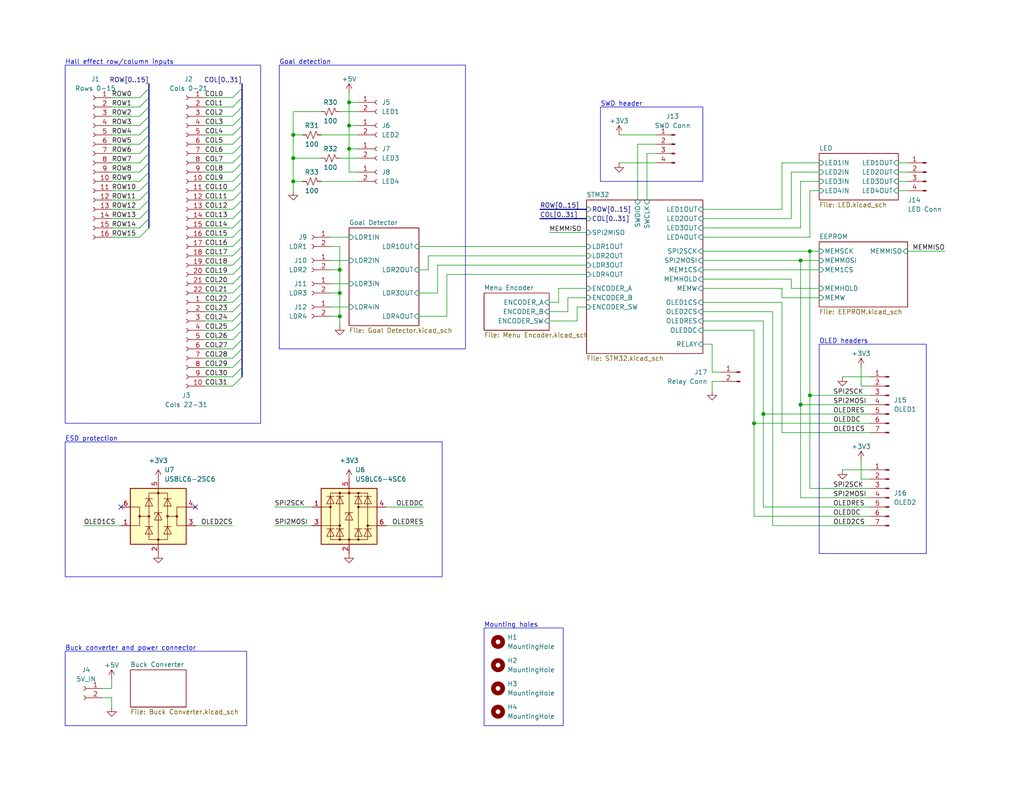
<source format=kicad_sch>
(kicad_sch (version 20230121) (generator eeschema)
  (paper "USLetter")
  (title_block (title "Smart Air Hockey Table Master PCB") (date "2023-09-16") (rev "A") (company "ECE 477"))
  (lib_symbols
    (symbol "Connector:Conn_01x02_Pin" (pin_names (offset 1.016) hide)
      (property "Reference" "J" (at 0 2.54 0))
      (property "Value" "Conn_01x02_Pin" (at 0 -5.08 0))
      (symbol "Conn_01x02_Pin_1_1"
        (pin passive line (at 5.08 0 180) (length 3.81) (name "Pin_1") (number "1"))
        (pin passive line (at 5.08 -2.54 180) (length 3.81) (name "Pin_2") (number "2"))
      )
    )
    (symbol "Connector:Conn_01x02_Socket" (pin_names (offset 1.016) hide)
      (property "Reference" "J" (at 0 2.54 0))
      (property "Value" "Conn_01x02_Socket" (at 0 -5.08 0))
      (symbol "Conn_01x02_Socket_1_1"
        (pin passive line (at -5.08 0 0) (length 3.81) (name "Pin_1") (number "1"))
        (pin passive line (at -5.08 -2.54 0) (length 3.81) (name "Pin_2") (number "2"))
      )
    )
    (symbol "Connector:Conn_01x04_Pin" (pin_names (offset 1.016) hide)
      (property "Reference" "J" (at 0 5.08 0))
      (property "Value" "Conn_01x04_Pin" (at 0 -7.62 0))
      (symbol "Conn_01x04_Pin_1_1"
        (pin passive line (at 5.08 2.54 180) (length 3.81) (name "Pin_1") (number "1"))
        (pin passive line (at 5.08 0 180) (length 3.81) (name "Pin_2") (number "2"))
        (pin passive line (at 5.08 -2.54 180) (length 3.81) (name "Pin_3") (number "3"))
        (pin passive line (at 5.08 -5.08 180) (length 3.81) (name "Pin_4") (number "4"))
      )
    )
    (symbol "Connector:Conn_01x07_Pin" (pin_names (offset 1.016) hide)
      (property "Reference" "J" (at 0 10.16 0))
      (property "Value" "Conn_01x07_Pin" (at 0 -10.16 0))
      (symbol "Conn_01x07_Pin_1_1"
        (pin passive line (at 5.08 7.62 180) (length 3.81) (name "Pin_1") (number "1"))
        (pin passive line (at 5.08 5.08 180) (length 3.81) (name "Pin_2") (number "2"))
        (pin passive line (at 5.08 2.54 180) (length 3.81) (name "Pin_3") (number "3"))
        (pin passive line (at 5.08 0 180) (length 3.81) (name "Pin_4") (number "4"))
        (pin passive line (at 5.08 -2.54 180) (length 3.81) (name "Pin_5") (number "5"))
        (pin passive line (at 5.08 -5.08 180) (length 3.81) (name "Pin_6") (number "6"))
        (pin passive line (at 5.08 -7.62 180) (length 3.81) (name "Pin_7") (number "7"))
      )
    )
    (symbol "Connector:Conn_01x10_Socket" (pin_names (offset 1.016) hide)
      (property "Reference" "J" (at 0 12.7 0))
      (property "Value" "Conn_01x10_Socket" (at 0 -15.24 0))
      (symbol "Conn_01x10_Socket_1_1"
        (pin passive line (at -5.08 10.16 0) (length 3.81) (name "Pin_1") (number "1"))
        (pin passive line (at -5.08 -12.7 0) (length 3.81) (name "Pin_10") (number "10"))
        (pin passive line (at -5.08 7.62 0) (length 3.81) (name "Pin_2") (number "2"))
        (pin passive line (at -5.08 5.08 0) (length 3.81) (name "Pin_3") (number "3"))
        (pin passive line (at -5.08 2.54 0) (length 3.81) (name "Pin_4") (number "4"))
        (pin passive line (at -5.08 0 0) (length 3.81) (name "Pin_5") (number "5"))
        (pin passive line (at -5.08 -2.54 0) (length 3.81) (name "Pin_6") (number "6"))
        (pin passive line (at -5.08 -5.08 0) (length 3.81) (name "Pin_7") (number "7"))
        (pin passive line (at -5.08 -7.62 0) (length 3.81) (name "Pin_8") (number "8"))
        (pin passive line (at -5.08 -10.16 0) (length 3.81) (name "Pin_9") (number "9"))
      )
    )
    (symbol "Connector:Conn_01x16_Socket" (pin_names (offset 1.016) hide)
      (property "Reference" "J" (at 0 20.32 0))
      (property "Value" "Conn_01x16_Socket" (at 0 -22.86 0))
      (symbol "Conn_01x16_Socket_1_1"
        (pin passive line (at -5.08 17.78 0) (length 3.81) (name "Pin_1") (number "1"))
        (pin passive line (at -5.08 -5.08 0) (length 3.81) (name "Pin_10") (number "10"))
        (pin passive line (at -5.08 -7.62 0) (length 3.81) (name "Pin_11") (number "11"))
        (pin passive line (at -5.08 -10.16 0) (length 3.81) (name "Pin_12") (number "12"))
        (pin passive line (at -5.08 -12.7 0) (length 3.81) (name "Pin_13") (number "13"))
        (pin passive line (at -5.08 -15.24 0) (length 3.81) (name "Pin_14") (number "14"))
        (pin passive line (at -5.08 -17.78 0) (length 3.81) (name "Pin_15") (number "15"))
        (pin passive line (at -5.08 -20.32 0) (length 3.81) (name "Pin_16") (number "16"))
        (pin passive line (at -5.08 15.24 0) (length 3.81) (name "Pin_2") (number "2"))
        (pin passive line (at -5.08 12.7 0) (length 3.81) (name "Pin_3") (number "3"))
        (pin passive line (at -5.08 10.16 0) (length 3.81) (name "Pin_4") (number "4"))
        (pin passive line (at -5.08 7.62 0) (length 3.81) (name "Pin_5") (number "5"))
        (pin passive line (at -5.08 5.08 0) (length 3.81) (name "Pin_6") (number "6"))
        (pin passive line (at -5.08 2.54 0) (length 3.81) (name "Pin_7") (number "7"))
        (pin passive line (at -5.08 0 0) (length 3.81) (name "Pin_8") (number "8"))
        (pin passive line (at -5.08 -2.54 0) (length 3.81) (name "Pin_9") (number "9"))
      )
    )
    (symbol "Connector:Conn_01x22_Socket" (pin_names (offset 1.016) hide)
      (property "Reference" "J" (at 0 27.94 0))
      (property "Value" "Conn_01x22_Socket" (at 0 -30.48 0))
      (symbol "Conn_01x22_Socket_1_1"
        (pin passive line (at -5.08 25.4 0) (length 3.81) (name "Pin_1") (number "1"))
        (pin passive line (at -5.08 2.54 0) (length 3.81) (name "Pin_10") (number "10"))
        (pin passive line (at -5.08 0 0) (length 3.81) (name "Pin_11") (number "11"))
        (pin passive line (at -5.08 -2.54 0) (length 3.81) (name "Pin_12") (number "12"))
        (pin passive line (at -5.08 -5.08 0) (length 3.81) (name "Pin_13") (number "13"))
        (pin passive line (at -5.08 -7.62 0) (length 3.81) (name "Pin_14") (number "14"))
        (pin passive line (at -5.08 -10.16 0) (length 3.81) (name "Pin_15") (number "15"))
        (pin passive line (at -5.08 -12.7 0) (length 3.81) (name "Pin_16") (number "16"))
        (pin passive line (at -5.08 -15.24 0) (length 3.81) (name "Pin_17") (number "17"))
        (pin passive line (at -5.08 -17.78 0) (length 3.81) (name "Pin_18") (number "18"))
        (pin passive line (at -5.08 -20.32 0) (length 3.81) (name "Pin_19") (number "19"))
        (pin passive line (at -5.08 22.86 0) (length 3.81) (name "Pin_2") (number "2"))
        (pin passive line (at -5.08 -22.86 0) (length 3.81) (name "Pin_20") (number "20"))
        (pin passive line (at -5.08 -25.4 0) (length 3.81) (name "Pin_21") (number "21"))
        (pin passive line (at -5.08 -27.94 0) (length 3.81) (name "Pin_22") (number "22"))
        (pin passive line (at -5.08 20.32 0) (length 3.81) (name "Pin_3") (number "3"))
        (pin passive line (at -5.08 17.78 0) (length 3.81) (name "Pin_4") (number "4"))
        (pin passive line (at -5.08 15.24 0) (length 3.81) (name "Pin_5") (number "5"))
        (pin passive line (at -5.08 12.7 0) (length 3.81) (name "Pin_6") (number "6"))
        (pin passive line (at -5.08 10.16 0) (length 3.81) (name "Pin_7") (number "7"))
        (pin passive line (at -5.08 7.62 0) (length 3.81) (name "Pin_8") (number "8"))
        (pin passive line (at -5.08 5.08 0) (length 3.81) (name "Pin_9") (number "9"))
      )
    )
    (symbol "Device:R_Small_US" (pin_numbers hide) (pin_names (offset 0.254) hide)
      (property "Reference" "R" (at 0.762 0.508 0))
      (property "Value" "R_Small_US" (at 0.762 -1.016 0))
      (symbol "R_Small_US_1_1"
        (pin passive line (at 0 2.54 270) (length 1.016) (name "~") (number "1"))
        (pin passive line (at 0 -2.54 90) (length 1.016) (name "~") (number "2"))
      )
    )
    (symbol "Mechanical:MountingHole" (pin_names (offset 1.016))
      (property "Reference" "H" (at 0 5.08 0))
      (property "Value" "MountingHole" (at 0 3.175 0))
    )
    (symbol "Power_Protection:USBLC6-2SC6" (pin_names hide)
      (property "Reference" "U" (at 2.54 8.89 0))
      (property "Value" "USBLC6-2SC6" (at 2.54 -8.89 0))
      (symbol "USBLC6-2SC6_1_1"
        (pin passive line (at -10.16 -2.54 0) (length 2.54) (name "I/O1") (number "1"))
        (pin passive line (at 0 -10.16 90) (length 2.54) (name "GND") (number "2"))
        (pin passive line (at 10.16 -2.54 180) (length 2.54) (name "I/O2") (number "3"))
        (pin passive line (at 10.16 2.54 180) (length 2.54) (name "I/O2") (number "4"))
        (pin passive line (at 0 10.16 270) (length 2.54) (name "VBUS") (number "5"))
        (pin passive line (at -10.16 2.54 0) (length 2.54) (name "I/O1") (number "6"))
      )
    )
    (symbol "Power_Protection:USBLC6-4SC6" (pin_names hide)
      (property "Reference" "U" (at 2.54 8.89 0))
      (property "Value" "USBLC6-4SC6" (at 2.54 -8.89 0))
      (symbol "USBLC6-4SC6_1_1"
        (pin passive line (at -10.16 2.54 0) (length 2.54) (name "I/O1") (number "1"))
        (pin passive line (at 0 -10.16 90) (length 2.54) (name "GND") (number "2"))
        (pin passive line (at -10.16 -2.54 0) (length 2.54) (name "I/O2") (number "3"))
        (pin passive line (at 10.16 2.54 180) (length 2.54) (name "I/O3") (number "4"))
        (pin passive line (at 0 10.16 270) (length 2.54) (name "VBUS") (number "5"))
        (pin passive line (at 10.16 -2.54 180) (length 2.54) (name "I/O4") (number "6"))
      )
    )
    (symbol "power:+3V3" (power) (pin_names (offset 0))
      (property "Value" "+3V3" (at 0 3.556 0))
      (symbol "+3V3_1_1"
        (pin power_in line (at 0 0 90) (length 0) hide (name "+3V3") (number "1"))
      )
    )
    (symbol "power:+5V" (power) (pin_names (offset 0))
      (property "Value" "+5V" (at 0 3.556 0))
      (symbol "+5V_1_1"
        (pin power_in line (at 0 0 90) (length 0) hide (name "+5V") (number "1"))
      )
    )
    (symbol "power:GND" (power) (pin_names (offset 0))
      (property "Value" "GND" (at 0 -3.81 0))
      (symbol "GND_1_1"
        (pin power_in line (at 0 0 270) (length 0) hide (name "GND") (number "1"))
      )
    )
  )
  (junction (at 208.28 113.03))
  (junction (at 92.71 73.66))
  (junction (at 80.01 36.83))
  (junction (at 218.44 71.12))
  (junction (at 95.25 40.64))
  (junction (at 92.71 86.36))
  (junction (at 220.98 68.58))
  (junction (at 95.25 27.94))
  (junction (at 80.01 49.53))
  (junction (at 80.01 43.18))
  (junction (at 92.71 80.01))
  (junction (at 218.44 110.49))
  (junction (at 220.98 107.95))
  (junction (at 95.25 34.29))
  (junction (at 205.74 115.57))
  (no_connect (at 53.34 138.43))
  (no_connect (at 33.02 138.43))
  (bus_entry (at 66.04 77.47) (size -2.54 2.54))
  (bus_entry (at 66.04 82.55) (size -2.54 2.54))
  (bus_entry (at 66.04 69.85) (size -2.54 2.54))
  (bus_entry (at 66.04 31.75) (size -2.54 2.54))
  (bus_entry (at 66.04 62.23) (size -2.54 2.54))
  (bus_entry (at 40.64 24.13) (size -2.54 2.54))
  (bus_entry (at 66.04 41.91) (size -2.54 2.54))
  (bus_entry (at 40.64 52.07) (size -2.54 2.54))
  (bus_entry (at 40.64 39.37) (size -2.54 2.54))
  (bus_entry (at 40.64 29.21) (size -2.54 2.54))
  (bus_entry (at 40.64 36.83) (size -2.54 2.54))
  (bus_entry (at 66.04 49.53) (size -2.54 2.54))
  (bus_entry (at 66.04 36.83) (size -2.54 2.54))
  (bus_entry (at 40.64 62.23) (size -2.54 2.54))
  (bus_entry (at 66.04 39.37) (size -2.54 2.54))
  (bus_entry (at 40.64 59.69) (size -2.54 2.54))
  (bus_entry (at 66.04 64.77) (size -2.54 2.54))
  (bus_entry (at 66.04 46.99) (size -2.54 2.54))
  (bus_entry (at 40.64 54.61) (size -2.54 2.54))
  (bus_entry (at 66.04 24.13) (size -2.54 2.54))
  (bus_entry (at 66.04 102.87) (size -2.54 2.54))
  (bus_entry (at 66.04 29.21) (size -2.54 2.54))
  (bus_entry (at 40.64 26.67) (size -2.54 2.54))
  (bus_entry (at 66.04 72.39) (size -2.54 2.54))
  (bus_entry (at 66.04 67.31) (size -2.54 2.54))
  (bus_entry (at 66.04 59.69) (size -2.54 2.54))
  (bus_entry (at 66.04 90.17) (size -2.54 2.54))
  (bus_entry (at 66.04 34.29) (size -2.54 2.54))
  (bus_entry (at 66.04 92.71) (size -2.54 2.54))
  (bus_entry (at 66.04 26.67) (size -2.54 2.54))
  (bus_entry (at 66.04 54.61) (size -2.54 2.54))
  (bus_entry (at 66.04 57.15) (size -2.54 2.54))
  (bus_entry (at 40.64 44.45) (size -2.54 2.54))
  (bus_entry (at 40.64 57.15) (size -2.54 2.54))
  (bus_entry (at 66.04 44.45) (size -2.54 2.54))
  (bus_entry (at 66.04 85.09) (size -2.54 2.54))
  (bus_entry (at 40.64 31.75) (size -2.54 2.54))
  (bus_entry (at 40.64 41.91) (size -2.54 2.54))
  (bus_entry (at 66.04 97.79) (size -2.54 2.54))
  (bus_entry (at 66.04 100.33) (size -2.54 2.54))
  (bus_entry (at 40.64 49.53) (size -2.54 2.54))
  (bus_entry (at 40.64 46.99) (size -2.54 2.54))
  (bus_entry (at 66.04 87.63) (size -2.54 2.54))
  (bus_entry (at 40.64 34.29) (size -2.54 2.54))
  (bus_entry (at 66.04 80.01) (size -2.54 2.54))
  (bus_entry (at 66.04 52.07) (size -2.54 2.54))
  (bus_entry (at 66.04 74.93) (size -2.54 2.54))
  (bus_entry (at 66.04 95.25) (size -2.54 2.54))
  (bus (pts (xy 66.04 24.13) (xy 66.04 26.67)))
  (wire (pts (xy 223.52 81.28) (xy 213.36 81.28)))
  (wire (pts (xy 149.86 82.55) (xy 152.4 82.55)))
  (bus (pts (xy 40.64 46.99) (xy 40.64 49.53)))
  (wire (pts (xy 218.44 135.89) (xy 218.44 110.49)))
  (bus (pts (xy 40.64 39.37) (xy 40.64 41.91)))
  (bus (pts (xy 66.04 54.61) (xy 66.04 57.15)))
  (wire (pts (xy 208.28 113.03) (xy 237.49 113.03)))
  (wire (pts (xy 55.88 87.63) (xy 63.5 87.63)))
  (wire (pts (xy 114.3 67.31) (xy 160.02 67.31)))
  (wire (pts (xy 55.88 85.09) (xy 63.5 85.09)))
  (wire (pts (xy 74.93 143.51) (xy 85.09 143.51)))
  (bus (pts (xy 66.04 97.79) (xy 66.04 100.33)))
  (wire (pts (xy 173.99 39.37) (xy 173.99 54.61)))
  (wire (pts (xy 218.44 135.89) (xy 237.49 135.89)))
  (wire (pts (xy 247.65 68.58) (xy 257.81 68.58)))
  (wire (pts (xy 55.88 74.93) (xy 63.5 74.93)))
  (wire (pts (xy 208.28 138.43) (xy 237.49 138.43)))
  (wire (pts (xy 87.63 43.18) (xy 80.01 43.18)))
  (wire (pts (xy 218.44 62.23) (xy 218.44 49.53)))
  (wire (pts (xy 234.95 100.33) (xy 234.95 105.41)))
  (wire (pts (xy 191.77 71.12) (xy 218.44 71.12)))
  (wire (pts (xy 149.86 87.63) (xy 157.48 87.63)))
  (wire (pts (xy 55.88 80.01) (xy 63.5 80.01)))
  (wire (pts (xy 176.53 41.91) (xy 176.53 54.61)))
  (bus (pts (xy 40.64 34.29) (xy 40.64 36.83)))
  (wire (pts (xy 80.01 43.18) (xy 80.01 36.83)))
  (wire (pts (xy 30.48 54.61) (xy 38.1 54.61)))
  (bus (pts (xy 40.64 52.07) (xy 40.64 54.61)))
  (wire (pts (xy 116.84 73.66) (xy 116.84 69.85)))
  (bus (pts (xy 40.64 29.21) (xy 40.64 31.75)))
  (wire (pts (xy 154.94 85.09) (xy 154.94 81.28)))
  (wire (pts (xy 90.17 77.47) (xy 95.25 77.47)))
  (bus (pts (xy 66.04 44.45) (xy 66.04 46.99)))
  (wire (pts (xy 95.25 40.64) (xy 97.79 40.64)))
  (bus (pts (xy 66.04 95.25) (xy 66.04 97.79)))
  (wire (pts (xy 97.79 36.83) (xy 87.63 36.83)))
  (wire (pts (xy 213.36 82.55) (xy 213.36 118.11)))
  (bus (pts (xy 147.32 59.69) (xy 160.02 59.69)))
  (wire (pts (xy 229.87 128.27) (xy 237.49 128.27)))
  (wire (pts (xy 55.88 57.15) (xy 63.5 57.15)))
  (bus (pts (xy 66.04 49.53) (xy 66.04 52.07)))
  (bus (pts (xy 66.04 29.21) (xy 66.04 31.75)))
  (wire (pts (xy 55.88 82.55) (xy 63.5 82.55)))
  (wire (pts (xy 55.88 105.41) (xy 63.5 105.41)))
  (wire (pts (xy 149.86 85.09) (xy 154.94 85.09)))
  (wire (pts (xy 220.98 68.58) (xy 223.52 68.58)))
  (wire (pts (xy 90.17 64.77) (xy 95.25 64.77)))
  (wire (pts (xy 234.95 130.81) (xy 237.49 130.81)))
  (wire (pts (xy 194.31 106.68) (xy 194.31 104.14)))
  (bus (pts (xy 66.04 31.75) (xy 66.04 34.29)))
  (wire (pts (xy 80.01 49.53) (xy 80.01 43.18)))
  (wire (pts (xy 119.38 72.39) (xy 160.02 72.39)))
  (wire (pts (xy 210.82 85.09) (xy 210.82 143.51)))
  (bus (pts (xy 66.04 34.29) (xy 66.04 36.83)))
  (wire (pts (xy 30.48 49.53) (xy 38.1 49.53)))
  (bus (pts (xy 66.04 74.93) (xy 66.04 77.47)))
  (wire (pts (xy 55.88 77.47) (xy 63.5 77.47)))
  (wire (pts (xy 213.36 81.28) (xy 213.36 78.74)))
  (wire (pts (xy 215.9 59.69) (xy 215.9 46.99)))
  (wire (pts (xy 220.98 68.58) (xy 220.98 107.95)))
  (wire (pts (xy 205.74 115.57) (xy 205.74 140.97)))
  (wire (pts (xy 95.25 25.4) (xy 95.25 27.94)))
  (wire (pts (xy 208.28 87.63) (xy 208.28 113.03)))
  (wire (pts (xy 55.88 100.33) (xy 63.5 100.33)))
  (wire (pts (xy 30.48 31.75) (xy 38.1 31.75)))
  (wire (pts (xy 116.84 69.85) (xy 160.02 69.85)))
  (wire (pts (xy 114.3 80.01) (xy 119.38 80.01)))
  (bus (pts (xy 40.64 41.91) (xy 40.64 44.45)))
  (wire (pts (xy 218.44 110.49) (xy 237.49 110.49)))
  (wire (pts (xy 30.48 193.04) (xy 30.48 190.5)))
  (bus (pts (xy 40.64 26.67) (xy 40.64 29.21)))
  (wire (pts (xy 220.98 107.95) (xy 237.49 107.95)))
  (wire (pts (xy 55.88 97.79) (xy 63.5 97.79)))
  (wire (pts (xy 55.88 44.45) (xy 63.5 44.45)))
  (bus (pts (xy 40.64 24.13) (xy 40.64 26.67)))
  (wire (pts (xy 114.3 86.36) (xy 121.92 86.36)))
  (wire (pts (xy 179.07 44.45) (xy 168.91 44.45)))
  (wire (pts (xy 194.31 93.98) (xy 194.31 101.6)))
  (wire (pts (xy 208.28 113.03) (xy 208.28 138.43)))
  (wire (pts (xy 234.95 105.41) (xy 237.49 105.41)))
  (wire (pts (xy 30.48 26.67) (xy 38.1 26.67)))
  (wire (pts (xy 30.48 57.15) (xy 38.1 57.15)))
  (wire (pts (xy 30.48 36.83) (xy 38.1 36.83)))
  (wire (pts (xy 95.25 34.29) (xy 97.79 34.29)))
  (wire (pts (xy 55.88 41.91) (xy 63.5 41.91)))
  (wire (pts (xy 97.79 49.53) (xy 87.63 49.53)))
  (wire (pts (xy 92.71 67.31) (xy 92.71 73.66)))
  (wire (pts (xy 30.48 62.23) (xy 38.1 62.23)))
  (wire (pts (xy 179.07 39.37) (xy 173.99 39.37)))
  (wire (pts (xy 97.79 43.18) (xy 92.71 43.18)))
  (wire (pts (xy 30.48 190.5) (xy 27.94 190.5)))
  (wire (pts (xy 55.88 36.83) (xy 63.5 36.83)))
  (wire (pts (xy 55.88 59.69) (xy 63.5 59.69)))
  (wire (pts (xy 80.01 36.83) (xy 82.55 36.83)))
  (bus (pts (xy 66.04 52.07) (xy 66.04 54.61)))
  (bus (pts (xy 66.04 57.15) (xy 66.04 59.69)))
  (wire (pts (xy 30.48 44.45) (xy 38.1 44.45)))
  (wire (pts (xy 191.77 68.58) (xy 220.98 68.58)))
  (wire (pts (xy 245.11 46.99) (xy 247.65 46.99)))
  (bus (pts (xy 147.32 57.15) (xy 160.02 57.15)))
  (wire (pts (xy 215.9 46.99) (xy 223.52 46.99)))
  (bus (pts (xy 66.04 41.91) (xy 66.04 44.45)))
  (wire (pts (xy 119.38 80.01) (xy 119.38 72.39)))
  (wire (pts (xy 30.48 64.77) (xy 38.1 64.77)))
  (wire (pts (xy 191.77 73.66) (xy 223.52 73.66)))
  (wire (pts (xy 191.77 76.2) (xy 215.9 76.2)))
  (bus (pts (xy 40.64 49.53) (xy 40.64 52.07)))
  (wire (pts (xy 95.25 27.94) (xy 97.79 27.94)))
  (bus (pts (xy 66.04 85.09) (xy 66.04 87.63)))
  (wire (pts (xy 152.4 82.55) (xy 152.4 78.74)))
  (wire (pts (xy 95.25 46.99) (xy 97.79 46.99)))
  (wire (pts (xy 157.48 87.63) (xy 157.48 83.82)))
  (wire (pts (xy 55.88 72.39) (xy 63.5 72.39)))
  (wire (pts (xy 55.88 62.23) (xy 63.5 62.23)))
  (wire (pts (xy 55.88 69.85) (xy 63.5 69.85)))
  (wire (pts (xy 30.48 34.29) (xy 38.1 34.29)))
  (bus (pts (xy 66.04 69.85) (xy 66.04 72.39)))
  (wire (pts (xy 90.17 83.82) (xy 95.25 83.82)))
  (wire (pts (xy 80.01 52.07) (xy 80.01 49.53)))
  (bus (pts (xy 66.04 92.71) (xy 66.04 95.25)))
  (wire (pts (xy 220.98 52.07) (xy 223.52 52.07)))
  (bus (pts (xy 40.64 54.61) (xy 40.64 57.15)))
  (bus (pts (xy 40.64 59.69) (xy 40.64 62.23)))
  (wire (pts (xy 191.77 57.15) (xy 213.36 57.15)))
  (bus (pts (xy 66.04 87.63) (xy 66.04 90.17)))
  (wire (pts (xy 55.88 67.31) (xy 63.5 67.31)))
  (wire (pts (xy 30.48 59.69) (xy 38.1 59.69)))
  (wire (pts (xy 213.36 44.45) (xy 223.52 44.45)))
  (wire (pts (xy 191.77 87.63) (xy 208.28 87.63)))
  (wire (pts (xy 149.86 63.5) (xy 160.02 63.5)))
  (wire (pts (xy 92.71 80.01) (xy 92.71 73.66)))
  (wire (pts (xy 95.25 40.64) (xy 95.25 46.99)))
  (wire (pts (xy 245.11 52.07) (xy 247.65 52.07)))
  (wire (pts (xy 218.44 71.12) (xy 218.44 110.49)))
  (wire (pts (xy 215.9 78.74) (xy 215.9 76.2)))
  (bus (pts (xy 66.04 100.33) (xy 66.04 102.87)))
  (wire (pts (xy 191.77 64.77) (xy 220.98 64.77)))
  (wire (pts (xy 30.48 39.37) (xy 38.1 39.37)))
  (wire (pts (xy 55.88 54.61) (xy 63.5 54.61)))
  (wire (pts (xy 105.41 143.51) (xy 115.57 143.51)))
  (wire (pts (xy 229.87 102.87) (xy 237.49 102.87)))
  (wire (pts (xy 90.17 67.31) (xy 92.71 67.31)))
  (wire (pts (xy 218.44 49.53) (xy 223.52 49.53)))
  (bus (pts (xy 66.04 77.47) (xy 66.04 80.01)))
  (wire (pts (xy 245.11 44.45) (xy 247.65 44.45)))
  (wire (pts (xy 55.88 52.07) (xy 63.5 52.07)))
  (wire (pts (xy 205.74 115.57) (xy 237.49 115.57)))
  (wire (pts (xy 22.86 143.51) (xy 33.02 143.51)))
  (wire (pts (xy 121.92 86.36) (xy 121.92 74.93)))
  (wire (pts (xy 80.01 36.83) (xy 80.01 30.48)))
  (bus (pts (xy 66.04 80.01) (xy 66.04 82.55)))
  (wire (pts (xy 55.88 64.77) (xy 63.5 64.77)))
  (wire (pts (xy 82.55 49.53) (xy 80.01 49.53)))
  (bus (pts (xy 66.04 64.77) (xy 66.04 67.31)))
  (wire (pts (xy 55.88 29.21) (xy 63.5 29.21)))
  (wire (pts (xy 218.44 71.12) (xy 223.52 71.12)))
  (wire (pts (xy 191.77 59.69) (xy 215.9 59.69)))
  (wire (pts (xy 191.77 82.55) (xy 213.36 82.55)))
  (bus (pts (xy 66.04 46.99) (xy 66.04 49.53)))
  (wire (pts (xy 154.94 81.28) (xy 160.02 81.28)))
  (wire (pts (xy 234.95 125.73) (xy 234.95 130.81)))
  (wire (pts (xy 55.88 26.67) (xy 63.5 26.67)))
  (wire (pts (xy 53.34 143.51) (xy 63.5 143.51)))
  (wire (pts (xy 191.77 93.98) (xy 194.31 93.98)))
  (wire (pts (xy 179.07 41.91) (xy 176.53 41.91)))
  (wire (pts (xy 95.25 27.94) (xy 95.25 34.29)))
  (wire (pts (xy 223.52 78.74) (xy 215.9 78.74)))
  (wire (pts (xy 157.48 83.82) (xy 160.02 83.82)))
  (wire (pts (xy 213.36 118.11) (xy 237.49 118.11)))
  (wire (pts (xy 245.11 49.53) (xy 247.65 49.53)))
  (wire (pts (xy 92.71 86.36) (xy 90.17 86.36)))
  (wire (pts (xy 55.88 90.17) (xy 63.5 90.17)))
  (wire (pts (xy 92.71 86.36) (xy 92.71 80.01)))
  (wire (pts (xy 205.74 140.97) (xy 237.49 140.97)))
  (wire (pts (xy 55.88 39.37) (xy 63.5 39.37)))
  (bus (pts (xy 66.04 72.39) (xy 66.04 74.93)))
  (bus (pts (xy 66.04 36.83) (xy 66.04 39.37)))
  (wire (pts (xy 55.88 92.71) (xy 63.5 92.71)))
  (wire (pts (xy 55.88 102.87) (xy 63.5 102.87)))
  (bus (pts (xy 40.64 44.45) (xy 40.64 46.99)))
  (bus (pts (xy 66.04 82.55) (xy 66.04 85.09)))
  (wire (pts (xy 55.88 49.53) (xy 63.5 49.53)))
  (wire (pts (xy 30.48 52.07) (xy 38.1 52.07)))
  (bus (pts (xy 66.04 67.31) (xy 66.04 69.85)))
  (bus (pts (xy 66.04 90.17) (xy 66.04 92.71)))
  (wire (pts (xy 74.93 138.43) (xy 85.09 138.43)))
  (wire (pts (xy 220.98 107.95) (xy 220.98 133.35)))
  (wire (pts (xy 92.71 88.9) (xy 92.71 86.36)))
  (wire (pts (xy 194.31 104.14) (xy 196.85 104.14)))
  (wire (pts (xy 213.36 57.15) (xy 213.36 44.45)))
  (bus (pts (xy 40.64 36.83) (xy 40.64 39.37)))
  (bus (pts (xy 66.04 22.86) (xy 66.04 24.13)))
  (wire (pts (xy 194.31 101.6) (xy 196.85 101.6)))
  (wire (pts (xy 30.48 29.21) (xy 38.1 29.21)))
  (wire (pts (xy 97.79 30.48) (xy 92.71 30.48)))
  (wire (pts (xy 105.41 138.43) (xy 115.57 138.43)))
  (bus (pts (xy 66.04 26.67) (xy 66.04 29.21)))
  (wire (pts (xy 55.88 46.99) (xy 63.5 46.99)))
  (wire (pts (xy 55.88 34.29) (xy 63.5 34.29)))
  (wire (pts (xy 191.77 78.74) (xy 213.36 78.74)))
  (bus (pts (xy 40.64 22.86) (xy 40.64 24.13)))
  (wire (pts (xy 179.07 36.83) (xy 168.91 36.83)))
  (bus (pts (xy 66.04 62.23) (xy 66.04 64.77)))
  (wire (pts (xy 55.88 95.25) (xy 63.5 95.25)))
  (wire (pts (xy 191.77 85.09) (xy 210.82 85.09)))
  (wire (pts (xy 95.25 34.29) (xy 95.25 40.64)))
  (bus (pts (xy 40.64 57.15) (xy 40.64 59.69)))
  (wire (pts (xy 191.77 90.17) (xy 205.74 90.17)))
  (wire (pts (xy 152.4 78.74) (xy 160.02 78.74)))
  (wire (pts (xy 205.74 90.17) (xy 205.74 115.57)))
  (bus (pts (xy 40.64 31.75) (xy 40.64 34.29)))
  (wire (pts (xy 191.77 62.23) (xy 218.44 62.23)))
  (wire (pts (xy 30.48 46.99) (xy 38.1 46.99)))
  (wire (pts (xy 30.48 185.42) (xy 30.48 187.96)))
  (wire (pts (xy 90.17 71.12) (xy 95.25 71.12)))
  (wire (pts (xy 27.94 187.96) (xy 30.48 187.96)))
  (wire (pts (xy 55.88 31.75) (xy 63.5 31.75)))
  (wire (pts (xy 210.82 143.51) (xy 237.49 143.51)))
  (bus (pts (xy 66.04 39.37) (xy 66.04 41.91)))
  (wire (pts (xy 220.98 52.07) (xy 220.98 64.77)))
  (wire (pts (xy 121.92 74.93) (xy 160.02 74.93)))
  (wire (pts (xy 30.48 41.91) (xy 38.1 41.91)))
  (wire (pts (xy 80.01 30.48) (xy 87.63 30.48)))
  (wire (pts (xy 220.98 133.35) (xy 237.49 133.35)))
  (wire (pts (xy 92.71 73.66) (xy 90.17 73.66)))
  (bus (pts (xy 66.04 59.69) (xy 66.04 62.23)))
  (wire (pts (xy 92.71 80.01) (xy 90.17 80.01)))
  (wire (pts (xy 114.3 73.66) (xy 116.84 73.66)))
  (rectangle (start 17.78 17.78) (end 71.12 115.57))
  (rectangle (start 17.78 120.65) (end 120.65 157.48))
  (rectangle (start 17.78 177.8) (end 67.31 198.12))
  (rectangle (start 132.08 171.45) (end 153.67 198.12))
  (rectangle (start 223.52 93.98) (end 252.73 151.13))
  (rectangle (start 76.2 17.78) (end 127 95.25))
  (rectangle (start 163.83 29.21) (end 191.77 49.53))
  (text "Mounting holes" (at 132.08 171.45 0) (effects (font (size 1.27 1.27)) (justify left bottom)))
  (text "Hall effect row/column inputs" (at 17.78 17.78 0) (effects (font (size 1.27 1.27)) (justify left bottom)))
  (text "SWD header" (at 163.83 29.21 0) (effects (font (size 1.27 1.27)) (justify left bottom)))
  (text "ESD protection" (at 17.78 120.65 0) (effects (font (size 1.27 1.27)) (justify left bottom)))
  (text "OLED headers" (at 223.52 93.98 0) (effects (font (size 1.27 1.27)) (justify left bottom)))
  (text "Buck converter and power connector" (at 17.78 177.8 0) (effects (font (size 1.27 1.27)) (justify left bottom)))
  (text "Goal detection" (at 76.2 17.78 0) (effects (font (size 1.27 1.27)) (justify left bottom)))
  (label "SPI2SCK" (at 227.33 133.35 0))
  (label "COL24" (at 55.88 87.63 0))
  (label "COL31" (at 55.88 105.41 0))
  (label "ROW0" (at 30.48 26.67 0))
  (label "OLEDRES" (at 227.33 113.03 0))
  (label "OLEDRES" (at 115.57 143.51 180))
  (label "COL5" (at 55.88 39.37 0))
  (label "ROW8" (at 30.48 46.99 0))
  (label "OLED1CS" (at 22.86 143.51 0))
  (label "ROW6" (at 30.48 41.91 0))
  (label "COL9" (at 55.88 49.53 0))
  (label "OLED2CS" (at 227.33 143.51 0))
  (label "OLEDRES" (at 227.33 138.43 0))
  (label "ROW4" (at 30.48 36.83 0))
  (label "COL15" (at 55.88 64.77 0))
  (label "OLED1CS" (at 227.33 118.11 0))
  (label "COL29" (at 55.88 100.33 0))
  (label "COL10" (at 55.88 52.07 0))
  (label "COL7" (at 55.88 44.45 0))
  (label "COL11" (at 55.88 54.61 0))
  (label "ROW2" (at 30.48 31.75 0))
  (label "COL18" (at 55.88 72.39 0))
  (label "OLEDDC" (at 227.33 140.97 0))
  (label "COL14" (at 55.88 62.23 0))
  (label "COL1" (at 55.88 29.21 0))
  (label "COL19" (at 55.88 74.93 0))
  (label "COL27" (at 55.88 95.25 0))
  (label "COL28" (at 55.88 97.79 0))
  (label "SPI2MOSI" (at 227.33 135.89 0))
  (label "MEMMISO" (at 257.81 68.58 180))
  (label "OLEDDC" (at 115.57 138.43 180))
  (label "SPI2SCK" (at 227.33 107.95 0))
  (label "COL4" (at 55.88 36.83 0))
  (label "COL6" (at 55.88 41.91 0))
  (label "ROW11" (at 30.48 54.61 0))
  (label "COL2" (at 55.88 31.75 0))
  (label "SPI2SCK" (at 74.93 138.43 0))
  (label "COL12" (at 55.88 57.15 0))
  (label "COL23" (at 55.88 85.09 0))
  (label "ROW5" (at 30.48 39.37 0))
  (label "COL13" (at 55.88 59.69 0))
  (label "COL17" (at 55.88 69.85 0))
  (label "ROW15" (at 30.48 64.77 0))
  (label "ROW[0..15]" (at 147.32 57.15 0))
  (label "OLEDDC" (at 227.33 115.57 0))
  (label "COL0" (at 55.88 26.67 0))
  (label "COL30" (at 55.88 102.87 0))
  (label "COL22" (at 55.88 82.55 0))
  (label "ROW10" (at 30.48 52.07 0))
  (label "COL25" (at 55.88 90.17 0))
  (label "COL20" (at 55.88 77.47 0))
  (label "SPI2MOSI" (at 227.33 110.49 0))
  (label "COL16" (at 55.88 67.31 0))
  (label "COL3" (at 55.88 34.29 0))
  (label "COL8" (at 55.88 46.99 0))
  (label "ROW13" (at 30.48 59.69 0))
  (label "MEMMISO" (at 149.86 63.5 0))
  (label "SPI2MOSI" (at 74.93 143.51 0))
  (label "ROW14" (at 30.48 62.23 0))
  (label "ROW12" (at 30.48 57.15 0))
  (label "COL26" (at 55.88 92.71 0))
  (label "ROW9" (at 30.48 49.53 0))
  (label "COL21" (at 55.88 80.01 0))
  (label "ROW1" (at 30.48 29.21 0))
  (label "COL[0..31]" (at 147.32 59.69 0))
  (label "OLED2CS" (at 63.5 143.51 180))
  (label "ROW7" (at 30.48 44.45 0))
  (label "COL[0..31]" (at 66.04 22.86 180))
  (label "ROW3" (at 30.48 34.29 0))
  (label "ROW[0..15]" (at 40.64 22.86 180))
  (symbol (lib_id "power:GND") (at 80.01 52.07 0) (mirror y) (unit 1)
    (property "Reference" "#PWR067" (effects hide))
    (property "Value" "GND" (effects hide))
  )
  (symbol (lib_id "power:+3V3") (at 234.95 100.33 0) (unit 1)
    (property "Reference" "#PWR027" (effects hide))
    (property "Value" "+3V3" (at 234.95 96.52 0))
  )
  (symbol (lib_id "Connector:Conn_01x04_Pin") (at 252.73 46.99 0) (mirror y) (unit 1)
    (property "Reference" "J14" (at 247.65 54.61 0) (effects (justify right)))
    (property "Value" "LED Conn" (at 247.65 57.15 0) (effects (justify right)))
    (property "Footprint" "Connector_PinHeader_2.54mm:PinHeader_1x04_P2.54mm_Vertical" (effects hide))
  )
  (symbol (lib_id "Mechanical:MountingHole") (at 135.89 187.96 0) (unit 1)
    (property "Reference" "H3" (at 138.43 186.69 0) (effects (justify left)))
    (property "Value" "MountingHole" (at 138.43 189.23 0) (effects (justify left)))
    (property "Footprint" "MountingHole:MountingHole_3.2mm_M3" (effects hide))
  )
  (symbol (lib_id "Connector:Conn_01x02_Socket") (at 85.09 83.82 0) (mirror y) (unit 1)
    (property "Reference" "J12" (at 83.82 83.82 0) (effects (justify left)))
    (property "Value" "LDR4" (at 83.82 86.36 0) (effects (justify left)))
    (property "Footprint" "Connector_JST:JST_PH_B2B-PH-K_1x02_P2.00mm_Vertical" (effects hide))
  )
  (symbol (lib_id "Connector:Conn_01x02_Socket") (at 102.87 40.64 0) (unit 1)
    (property "Reference" "J7" (at 104.14 40.64 0) (effects (justify left)))
    (property "Value" "LED3" (at 104.14 43.18 0) (effects (justify left)))
    (property "Footprint" "Connector_JST:JST_PH_B2B-PH-K_1x02_P2.00mm_Vertical" (effects hide))
  )
  (symbol (lib_id "Power_Protection:USBLC6-4SC6") (at 95.25 140.97 0) (unit 1)
    (property "Reference" "U6" (at 96.9011 128.27 0) (effects (justify left)))
    (property "Value" "USBLC6-4SC6" (at 96.9011 130.81 0) (effects (justify left)))
    (property "Footprint" "Package_TO_SOT_SMD:SOT-23-6" (effects hide))
    (property "Datasheet" "https://www.st.com/resource/en/datasheet/usblc6-4.pdf" (effects hide))
  )
  (symbol (lib_id "power:+3V3") (at 234.95 125.73 0) (unit 1)
    (property "Reference" "#PWR029" (effects hide))
    (property "Value" "+3V3" (at 234.95 121.92 0))
  )
  (symbol (lib_id "Device:R_Small_US") (at 85.09 49.53 270) (mirror x) (unit 1)
    (property "Reference" "R33" (at 85.09 46.99 90))
    (property "Value" "100" (at 85.09 52.07 90))
    (property "Footprint" "Resistor_SMD:R_0805_2012Metric_Pad1.20x1.40mm_HandSolder" (effects hide))
  )
  (symbol (lib_id "Mechanical:MountingHole") (at 135.89 175.26 0) (unit 1)
    (property "Reference" "H1" (at 138.43 173.99 0) (effects (justify left)))
    (property "Value" "MountingHole" (at 138.43 176.53 0) (effects (justify left)))
    (property "Footprint" "MountingHole:MountingHole_3.2mm_M3" (effects hide))
  )
  (symbol (lib_id "Connector:Conn_01x02_Socket") (at 85.09 71.12 0) (mirror y) (unit 1)
    (property "Reference" "J10" (at 83.82 71.12 0) (effects (justify left)))
    (property "Value" "LDR2" (at 83.82 73.66 0) (effects (justify left)))
    (property "Footprint" "Connector_JST:JST_PH_B2B-PH-K_1x02_P2.00mm_Vertical" (effects hide))
  )
  (symbol (lib_id "Connector:Conn_01x02_Socket") (at 102.87 27.94 0) (unit 1)
    (property "Reference" "J5" (at 104.14 27.94 0) (effects (justify left)))
    (property "Value" "LED1" (at 104.14 30.48 0) (effects (justify left)))
    (property "Footprint" "Connector_JST:JST_PH_B2B-PH-K_1x02_P2.00mm_Vertical" (effects hide))
  )
  (symbol (lib_id "Connector:Conn_01x02_Socket") (at 22.86 187.96 0) (mirror y) (unit 1)
    (property "Reference" "J4" (at 23.495 182.88 0))
    (property "Value" "5V_IN" (at 23.495 185.42 0))
    (property "Footprint" "Connector_JST:JST_PH_B2B-PH-K_1x02_P2.00mm_Vertical" (effects hide))
  )
  (symbol (lib_id "power:+5V") (at 30.48 185.42 0) (unit 1)
    (property "Reference" "#PWR024" (effects hide))
    (property "Value" "+5V" (at 30.48 181.61 0))
  )
  (symbol (lib_id "power:+3V3") (at 43.18 130.81 0) (unit 1)
    (property "Reference" "#PWR082" (effects hide))
    (property "Value" "+3V3" (at 43.18 125.73 0))
  )
  (symbol (lib_id "power:GND") (at 194.31 106.68 0) (unit 1)
    (property "Reference" "#PWR078" (effects hide))
    (property "Value" "GND" (effects hide))
  )
  (symbol (lib_id "power:GND") (at 30.48 193.04 0) (unit 1)
    (property "Reference" "#PWR030" (effects hide))
    (property "Value" "GND" (effects hide))
  )
  (symbol (lib_id "Connector:Conn_01x07_Pin") (at 242.57 110.49 0) (mirror y) (unit 1)
    (property "Reference" "J15" (at 243.84 109.22 0) (effects (justify right)))
    (property "Value" "OLED1" (at 243.84 111.76 0) (effects (justify right)))
    (property "Footprint" "Connector_JST:JST_PH_B7B-PH-K_1x07_P2.00mm_Vertical" (effects hide))
  )
  (symbol (lib_id "Connector:Conn_01x04_Pin") (at 184.15 39.37 0) (mirror y) (unit 1)
    (property "Reference" "J13" (at 183.515 31.75 0))
    (property "Value" "SWD Conn" (at 183.515 34.29 0))
    (property "Footprint" "Connector_PinHeader_2.54mm:PinHeader_1x04_P2.54mm_Vertical" (effects hide))
  )
  (symbol (lib_id "Connector:Conn_01x07_Pin") (at 242.57 135.89 0) (mirror y) (unit 1)
    (property "Reference" "J16" (at 243.84 134.62 0) (effects (justify right)))
    (property "Value" "OLED2" (at 243.84 137.16 0) (effects (justify right)))
    (property "Footprint" "Connector_JST:JST_PH_B7B-PH-K_1x07_P2.00mm_Vertical" (effects hide))
  )
  (symbol (lib_id "Connector:Conn_01x02_Socket") (at 102.87 34.29 0) (unit 1)
    (property "Reference" "J6" (at 104.14 34.29 0) (effects (justify left)))
    (property "Value" "LED2" (at 104.14 36.83 0) (effects (justify left)))
    (property "Footprint" "Connector_JST:JST_PH_B2B-PH-K_1x02_P2.00mm_Vertical" (effects hide))
  )
  (symbol (lib_id "Connector:Conn_01x16_Socket") (at 25.4 44.45 0) (mirror y) (unit 1)
    (property "Reference" "J1" (at 26.035 21.59 0))
    (property "Value" "Rows 0-15" (at 26.035 24.13 0))
    (property "Footprint" "Connector_PinHeader_2.54mm:PinHeader_1x16_P2.54mm_Vertical" (effects hide))
  )
  (symbol (lib_id "power:+3V3") (at 95.25 130.81 0) (unit 1)
    (property "Reference" "#PWR079" (effects hide))
    (property "Value" "+3V3" (at 95.25 125.73 0))
  )
  (symbol (lib_id "power:GND") (at 92.71 88.9 0) (unit 1)
    (property "Reference" "#PWR066" (effects hide))
    (property "Value" "GND" (effects hide))
  )
  (symbol (lib_id "Device:R_Small_US") (at 85.09 36.83 270) (mirror x) (unit 1)
    (property "Reference" "R31" (at 85.09 34.29 90))
    (property "Value" "100" (at 85.09 39.37 90))
    (property "Footprint" "Resistor_SMD:R_0805_2012Metric_Pad1.20x1.40mm_HandSolder" (effects hide))
  )
  (symbol (lib_id "power:GND") (at 168.91 44.45 0) (mirror y) (unit 1)
    (property "Reference" "#PWR022" (effects hide))
    (property "Value" "GND" (effects hide))
  )
  (symbol (lib_id "Connector:Conn_01x22_Socket") (at 50.8 52.07 0) (mirror y) (unit 1)
    (property "Reference" "J2" (at 51.435 21.59 0))
    (property "Value" "Cols 0-21" (at 51.435 24.13 0))
    (property "Footprint" "Connector_PinHeader_2.54mm:PinHeader_1x22_P2.54mm_Vertical" (effects hide))
  )
  (symbol (lib_id "Mechanical:MountingHole") (at 135.89 194.31 0) (unit 1)
    (property "Reference" "H4" (at 138.43 193.04 0) (effects (justify left)))
    (property "Value" "MountingHole" (at 138.43 195.58 0) (effects (justify left)))
    (property "Footprint" "MountingHole:MountingHole_3.2mm_M3" (effects hide))
  )
  (symbol (lib_id "Device:R_Small_US") (at 90.17 30.48 270) (mirror x) (unit 1)
    (property "Reference" "R30" (at 90.17 27.94 90))
    (property "Value" "100" (at 90.17 33.02 90))
    (property "Footprint" "Resistor_SMD:R_0805_2012Metric_Pad1.20x1.40mm_HandSolder" (effects hide))
  )
  (symbol (lib_id "Connector:Conn_01x02_Socket") (at 102.87 46.99 0) (unit 1)
    (property "Reference" "J8" (at 104.14 46.99 0) (effects (justify left)))
    (property "Value" "LED4" (at 104.14 49.53 0) (effects (justify left)))
    (property "Footprint" "Connector_JST:JST_PH_B2B-PH-K_1x02_P2.00mm_Vertical" (effects hide))
  )
  (symbol (lib_id "power:+3V3") (at 168.91 36.83 0) (mirror y) (unit 1)
    (property "Reference" "#PWR023" (effects hide))
    (property "Value" "+3V3" (at 168.91 33.02 0))
  )
  (symbol (lib_id "power:+5V") (at 95.25 25.4 0) (mirror y) (unit 1)
    (property "Reference" "#PWR064" (effects hide))
    (property "Value" "+5V" (at 95.25 21.59 0))
  )
  (symbol (lib_id "power:GND") (at 229.87 102.87 0) (unit 1)
    (property "Reference" "#PWR026" (effects hide))
    (property "Value" "GND" (effects hide))
  )
  (symbol (lib_id "power:GND") (at 229.87 128.27 0) (unit 1)
    (property "Reference" "#PWR028" (effects hide))
    (property "Value" "GND" (effects hide))
  )
  (symbol (lib_id "Connector:Conn_01x02_Socket") (at 85.09 64.77 0) (mirror y) (unit 1)
    (property "Reference" "J9" (at 83.82 64.77 0) (effects (justify left)))
    (property "Value" "LDR1" (at 83.82 67.31 0) (effects (justify left)))
    (property "Footprint" "Connector_JST:JST_PH_B2B-PH-K_1x02_P2.00mm_Vertical" (effects hide))
  )
  (symbol (lib_id "Connector:Conn_01x02_Socket") (at 85.09 77.47 0) (mirror y) (unit 1)
    (property "Reference" "J11" (at 83.82 77.47 0) (effects (justify left)))
    (property "Value" "LDR3" (at 83.82 80.01 0) (effects (justify left)))
    (property "Footprint" "Connector_JST:JST_PH_B2B-PH-K_1x02_P2.00mm_Vertical" (effects hide))
  )
  (symbol (lib_id "Connector:Conn_01x02_Pin") (at 201.93 101.6 0) (mirror y) (unit 1)
    (property "Reference" "J17" (at 193.04 101.6 0) (effects (justify left)))
    (property "Value" "Relay Conn" (at 193.04 104.14 0) (effects (justify left)))
    (property "Footprint" "Connector_JST:JST_PH_B2B-PH-K_1x02_P2.00mm_Vertical" (effects hide))
  )
  (symbol (lib_id "Connector:Conn_01x10_Socket") (at 50.8 92.71 0) (mirror y) (unit 1)
    (property "Reference" "J3" (at 50.8 107.95 0))
    (property "Value" "Cols 22-31" (at 50.8 110.49 0))
    (property "Footprint" "Connector_PinHeader_2.54mm:PinHeader_1x10_P2.54mm_Vertical" (effects hide))
  )
  (symbol (lib_id "Mechanical:MountingHole") (at 135.89 181.61 0) (unit 1)
    (property "Reference" "H2" (at 138.43 180.34 0) (effects (justify left)))
    (property "Value" "MountingHole" (at 138.43 182.88 0) (effects (justify left)))
    (property "Footprint" "MountingHole:MountingHole_3.2mm_M3" (effects hide))
  )
  (symbol (lib_id "power:GND") (at 43.18 151.13 0) (unit 1)
    (property "Reference" "#PWR083" (effects hide))
    (property "Value" "GND" (effects hide))
  )
  (symbol (lib_id "Power_Protection:USBLC6-2SC6") (at 43.18 140.97 0) (unit 1)
    (property "Reference" "U7" (at 44.8311 128.27 0) (effects (justify left)))
    (property "Value" "USBLC6-2SC6" (at 44.8311 130.81 0) (effects (justify left)))
    (property "Footprint" "Package_TO_SOT_SMD:SOT-23-6" (effects hide))
    (property "Datasheet" "https://www.st.com/resource/en/datasheet/usblc6-2.pdf" (effects hide))
  )
  (symbol (lib_id "Device:R_Small_US") (at 90.17 43.18 270) (mirror x) (unit 1)
    (property "Reference" "R32" (at 90.17 40.64 90))
    (property "Value" "100" (at 90.17 45.72 90))
    (property "Footprint" "Resistor_SMD:R_0805_2012Metric_Pad1.20x1.40mm_HandSolder" (effects hide))
  )
  (symbol (lib_id "power:GND") (at 95.25 151.13 0) (unit 1)
    (property "Reference" "#PWR080" (effects hide))
    (property "Value" "GND" (effects hide))
  )
  (sheet (at 160.02 54.61) (size 31.75 41.91) (stroke (width 0.1524))
    (property "Sheetname" "STM32" (at 160.02 53.8984 0) (effects (justify left bottom)))
    (property "Sheetfile" "STM32.kicad_sch" (at 160.02 97.1046 0) (effects (justify left top)))
    (pin "COL[0..31]" input (at 160.02 59.69 180))
    (pin "ROW[0..15]" input (at 160.02 57.15 180))
    (pin "OLED1CS" input (at 191.77 82.55 0))
    (pin "OLED2CS" input (at 191.77 85.09 0))
    (pin "ENCODER_SW" input (at 160.02 83.82 180))
    (pin "LDR1OUT" input (at 160.02 67.31 180))
    (pin "LDR2OUT" input (at 160.02 69.85 180))
    (pin "LDR3OUT" input (at 160.02 72.39 180))
    (pin "LDR4OUT" input (at 160.02 74.93 180))
    (pin "ENCODER_B" input (at 160.02 81.28 180))
    (pin "ENCODER_A" input (at 160.02 78.74 180))
    (pin "SPI2MISO" input (at 160.02 63.5 180))
    (pin "SPI2MOSI" input (at 191.77 71.12 0))
    (pin "MEM1CS" input (at 191.77 73.66 0))
    (pin "SPI2SCK" input (at 191.77 68.58 0))
    (pin "MEMHOLD" input (at 191.77 76.2 0))
    (pin "MEMW" input (at 191.77 78.74 0))
    (pin "OLEDRES" input (at 191.77 87.63 0))
    (pin "SWDIO" input (at 173.99 54.61 90))
    (pin "SWCLK" input (at 176.53 54.61 90))
    (pin "OLEDDC" input (at 191.77 90.17 0))
    (pin "RELAY" input (at 191.77 93.98 0))
    (pin "LED4OUT" input (at 191.77 64.77 0))
    (pin "LED2OUT" input (at 191.77 59.69 0))
    (pin "LED3OUT" input (at 191.77 62.23 0))
    (pin "LED1OUT" input (at 191.77 57.15 0))
  )
  (sheet (at 132.08 80.01) (size 17.78 10.16) (stroke (width 0.1524))
    (property "Sheetname" "Menu Encoder" (at 132.08 79.2984 0) (effects (justify left bottom)))
    (property "Sheetfile" "Menu Encoder.kicad_sch" (at 132.08 90.7546 0) (effects (justify left top)))
    (pin "ENCODER_A" input (at 149.86 82.55 0))
    (pin "ENCODER_B" input (at 149.86 85.09 0))
    (pin "ENCODER_SW" input (at 149.86 87.63 0))
  )
  (sheet (at 223.52 66.04) (size 24.13 17.78) (stroke (width 0.1524))
    (property "Sheetname" "EEPROM" (at 223.52 65.3284 0) (effects (justify left bottom)))
    (property "Sheetfile" "EEPROM.kicad_sch" (at 223.52 84.4046 0) (effects (justify left top)))
    (pin "MEMSCK" input (at 223.52 68.58 180))
    (pin "MEMMISO" input (at 247.65 68.58 0))
    (pin "MEMMOSI" input (at 223.52 71.12 180))
    (pin "MEM1CS" input (at 223.52 73.66 180))
    (pin "MEMHOLD" input (at 223.52 78.74 180))
    (pin "MEMW" input (at 223.52 81.28 180))
  )
  (sheet (at 223.52 41.91) (size 21.59 12.7) (stroke (width 0.1524))
    (property "Sheetname" "LED" (at 223.52 41.1984 0) (effects (justify left bottom)))
    (property "Sheetfile" "LED.kicad_sch" (at 223.52 55.1946 0) (effects (justify left top)))
    (pin "LED1IN" input (at 223.52 44.45 180))
    (pin "LED2IN" input (at 223.52 46.99 180))
    (pin "LED2OUT" input (at 245.11 46.99 0))
    (pin "LED1OUT" input (at 245.11 44.45 0))
    (pin "LED3OUT" input (at 245.11 49.53 0))
    (pin "LED3IN" input (at 223.52 49.53 180))
    (pin "LED4IN" input (at 223.52 52.07 180))
    (pin "LED4OUT" input (at 245.11 52.07 0))
  )
  (sheet (at 95.25 62.23) (size 19.05 26.67) (stroke (width 0.1524))
    (property "Sheetname" "Goal Detector" (at 95.25 61.5184 0) (effects (justify left bottom)))
    (property "Sheetfile" "Goal Detector.kicad_sch" (at 95.25 89.4846 0) (effects (justify left top)))
    (pin "LDR2IN" input (at 95.25 71.12 180))
    (pin "LDR1OUT" input (at 114.3 67.31 0))
    (pin "LDR1IN" input (at 95.25 64.77 180))
    (pin "LDR3OUT" input (at 114.3 80.01 0))
    (pin "LDR4IN" input (at 95.25 83.82 180))
    (pin "LDR4OUT" input (at 114.3 86.36 0))
    (pin "LDR2OUT" input (at 114.3 73.66 0))
    (pin "LDR3IN" input (at 95.25 77.47 180))
  )
  (sheet (at 35.56 182.88) (size 15.24 10.16) (stroke (width 0.1524))
    (property "Sheetname" "Buck Converter" (at 35.56 182.1684 0) (effects (justify left bottom)))
    (property "Sheetfile" "Buck Converter.kicad_sch" (at 35.56 193.6246 0) (effects (justify left top)))
  )
)
</source>
